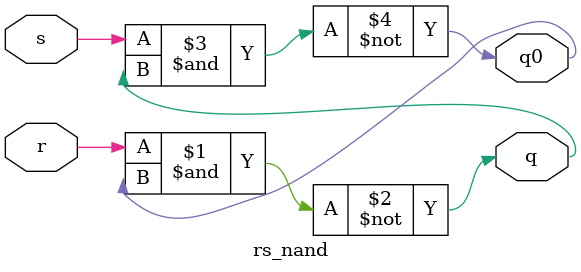
<source format=v>

module rs_nand(input s, r,
                output q, q0
                );


                assign q = ~(r & q0);
                assign q0 = ~(s & q);

endmodule
</source>
